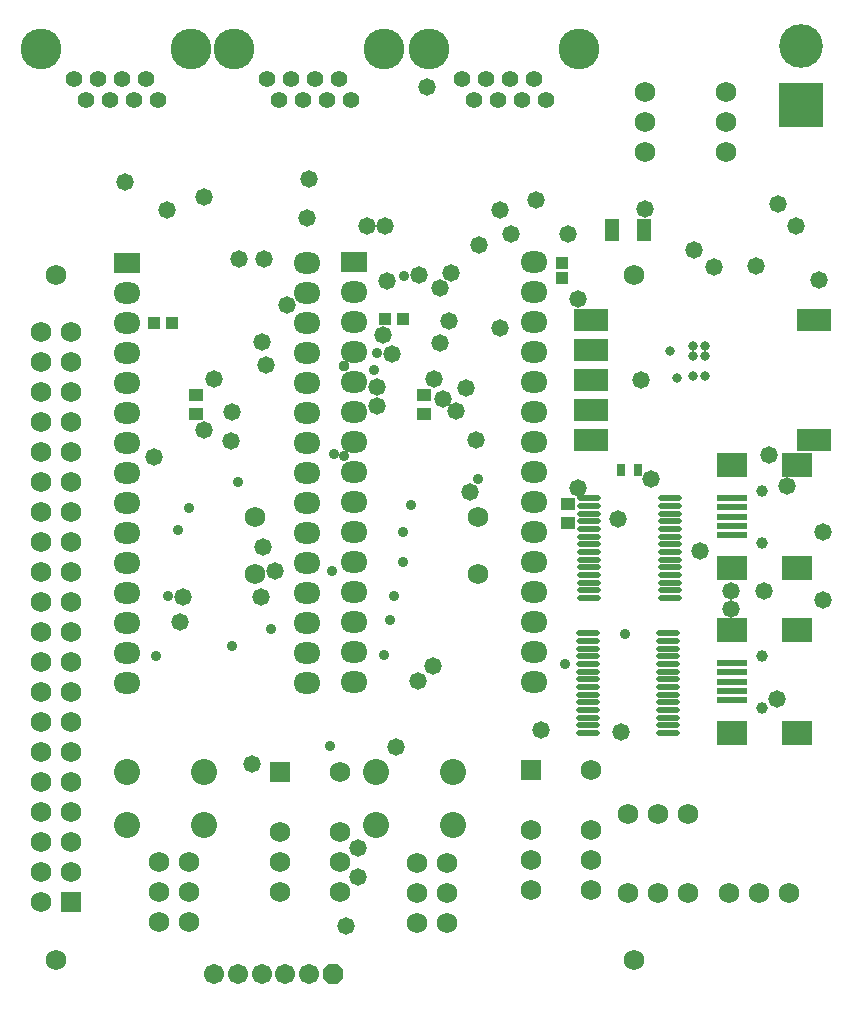
<source format=gts>
G04 Layer_Color=20142*
%FSLAX24Y24*%
%MOIN*%
G70*
G01*
G75*
%ADD67R,0.0316X0.0434*%
%ADD68R,0.0434X0.0415*%
%ADD69R,0.0474X0.0434*%
%ADD70R,0.0434X0.0434*%
%ADD71R,0.1024X0.0237*%
%ADD72R,0.1024X0.0828*%
%ADD73R,0.0513X0.0749*%
%ADD74R,0.1178X0.0730*%
%ADD75O,0.0789X0.0218*%
%ADD76C,0.0320*%
%ADD77C,0.0680*%
%ADD78R,0.0680X0.0680*%
%ADD79R,0.1458X0.1458*%
%ADD80C,0.1458*%
%ADD81C,0.0867*%
%ADD82O,0.0907X0.0710*%
%ADD83R,0.0907X0.0710*%
%ADD84C,0.0394*%
%ADD85C,0.0552*%
%ADD86C,0.1360*%
%ADD87C,0.0671*%
%ADD88P,0.0726X8X22.5*%
%ADD89C,0.0580*%
%ADD90C,0.0356*%
%ADD91C,0.0375*%
D67*
X24745Y27550D02*
D03*
X24155D02*
D03*
D68*
X22200Y34456D02*
D03*
Y33944D02*
D03*
D69*
X17600Y30065D02*
D03*
Y29435D02*
D03*
X10000Y30065D02*
D03*
Y29435D02*
D03*
X22400Y25785D02*
D03*
Y26415D02*
D03*
D70*
X9195Y32450D02*
D03*
X8605D02*
D03*
X16895Y32600D02*
D03*
X16305D02*
D03*
D71*
X27871Y19870D02*
D03*
Y20185D02*
D03*
Y20500D02*
D03*
Y20815D02*
D03*
Y21130D02*
D03*
Y25370D02*
D03*
Y25685D02*
D03*
Y26000D02*
D03*
Y26315D02*
D03*
Y26630D02*
D03*
D72*
Y22205D02*
D03*
X30029Y18795D02*
D03*
Y22205D02*
D03*
X27871Y18795D02*
D03*
Y27705D02*
D03*
X30029Y24295D02*
D03*
Y27705D02*
D03*
X27871Y24295D02*
D03*
D73*
X24922Y35550D02*
D03*
X23878D02*
D03*
D74*
X30603Y28550D02*
D03*
Y32550D02*
D03*
X23150D02*
D03*
Y31550D02*
D03*
Y30550D02*
D03*
Y29550D02*
D03*
Y28550D02*
D03*
D75*
X23111Y26613D02*
D03*
Y26357D02*
D03*
Y26102D02*
D03*
Y25846D02*
D03*
Y25590D02*
D03*
Y25334D02*
D03*
Y25078D02*
D03*
Y24822D02*
D03*
Y24566D02*
D03*
Y24310D02*
D03*
Y24054D02*
D03*
Y23798D02*
D03*
Y23543D02*
D03*
Y23287D02*
D03*
X25789Y26613D02*
D03*
Y26357D02*
D03*
Y26102D02*
D03*
Y25846D02*
D03*
Y25590D02*
D03*
Y25334D02*
D03*
Y25078D02*
D03*
Y24822D02*
D03*
Y24566D02*
D03*
Y24310D02*
D03*
Y24054D02*
D03*
Y23798D02*
D03*
Y23543D02*
D03*
Y23287D02*
D03*
X23061Y22113D02*
D03*
Y21857D02*
D03*
Y21602D02*
D03*
Y21346D02*
D03*
Y21090D02*
D03*
Y20834D02*
D03*
Y20578D02*
D03*
Y20322D02*
D03*
Y20066D02*
D03*
Y19810D02*
D03*
Y19554D02*
D03*
Y19298D02*
D03*
Y19043D02*
D03*
Y18787D02*
D03*
X25739Y22113D02*
D03*
Y21857D02*
D03*
Y21602D02*
D03*
Y21346D02*
D03*
Y21090D02*
D03*
Y20834D02*
D03*
Y20578D02*
D03*
Y20322D02*
D03*
Y20066D02*
D03*
Y19810D02*
D03*
Y19554D02*
D03*
Y19298D02*
D03*
Y19043D02*
D03*
Y18787D02*
D03*
D76*
X26952Y31692D02*
D03*
X25781Y31515D02*
D03*
X26962Y30688D02*
D03*
X26568D02*
D03*
X26027Y30619D02*
D03*
X26952Y31338D02*
D03*
X26568D02*
D03*
X26578Y31672D02*
D03*
D77*
X23150Y15550D02*
D03*
Y14550D02*
D03*
Y13550D02*
D03*
Y17550D02*
D03*
X21150Y13550D02*
D03*
Y14550D02*
D03*
Y15550D02*
D03*
X14800Y15500D02*
D03*
Y14500D02*
D03*
Y13500D02*
D03*
Y17500D02*
D03*
X12800Y13500D02*
D03*
Y14500D02*
D03*
Y15500D02*
D03*
X19400Y24079D02*
D03*
Y26000D02*
D03*
X11950Y24079D02*
D03*
Y26000D02*
D03*
X24606Y34055D02*
D03*
X5315D02*
D03*
X24606Y11220D02*
D03*
X5315D02*
D03*
X24400Y16100D02*
D03*
X25400D02*
D03*
X26400D02*
D03*
X27750Y13450D02*
D03*
X28750D02*
D03*
X29750D02*
D03*
X24400D02*
D03*
X25400D02*
D03*
X26400D02*
D03*
X18350Y12450D02*
D03*
X17350D02*
D03*
X18350Y14450D02*
D03*
Y13450D02*
D03*
X17350D02*
D03*
Y14450D02*
D03*
X24950Y40150D02*
D03*
Y39150D02*
D03*
Y38150D02*
D03*
X9750Y12500D02*
D03*
X8750D02*
D03*
X9750Y14500D02*
D03*
Y13500D02*
D03*
X8750D02*
D03*
Y14500D02*
D03*
X27650Y40150D02*
D03*
Y39150D02*
D03*
Y38150D02*
D03*
X4815Y13138D02*
D03*
X5815Y14138D02*
D03*
X4815D02*
D03*
X5815Y15138D02*
D03*
X4815D02*
D03*
X5815Y16138D02*
D03*
X4815D02*
D03*
X5815Y17138D02*
D03*
X4815D02*
D03*
X5815Y18138D02*
D03*
X4815D02*
D03*
X5815Y19138D02*
D03*
X4815D02*
D03*
X5815Y20138D02*
D03*
X4815D02*
D03*
X5815Y21138D02*
D03*
X4815D02*
D03*
X5815Y22138D02*
D03*
X4815D02*
D03*
X5815Y23138D02*
D03*
X4815D02*
D03*
X5815Y24138D02*
D03*
X4815D02*
D03*
X5815Y25138D02*
D03*
X4815D02*
D03*
X5815Y26138D02*
D03*
X4815D02*
D03*
X5815Y27138D02*
D03*
X4815D02*
D03*
X5815Y28138D02*
D03*
X4815D02*
D03*
X5815Y29138D02*
D03*
X4815D02*
D03*
X5815Y30138D02*
D03*
X4815D02*
D03*
X5815Y31138D02*
D03*
X4815D02*
D03*
X5815Y32138D02*
D03*
X4815D02*
D03*
D78*
X21150Y17550D02*
D03*
X12800Y17500D02*
D03*
X5815Y13138D02*
D03*
D79*
X30150Y39716D02*
D03*
D80*
Y41684D02*
D03*
D81*
X16000Y17500D02*
D03*
Y15728D02*
D03*
X18559Y17500D02*
D03*
Y15728D02*
D03*
X7700Y17500D02*
D03*
Y15728D02*
D03*
X10259Y17500D02*
D03*
Y15728D02*
D03*
D82*
X13700Y21450D02*
D03*
Y22450D02*
D03*
Y23450D02*
D03*
Y24450D02*
D03*
Y25450D02*
D03*
Y26450D02*
D03*
Y27450D02*
D03*
Y28450D02*
D03*
Y29450D02*
D03*
Y30450D02*
D03*
Y31450D02*
D03*
Y32450D02*
D03*
Y33450D02*
D03*
Y34450D02*
D03*
X7700Y33450D02*
D03*
Y32450D02*
D03*
Y31450D02*
D03*
Y30450D02*
D03*
Y29450D02*
D03*
Y28450D02*
D03*
Y27450D02*
D03*
Y26450D02*
D03*
Y25450D02*
D03*
Y24450D02*
D03*
Y23450D02*
D03*
X13700Y20450D02*
D03*
X7700Y22450D02*
D03*
Y21450D02*
D03*
Y20450D02*
D03*
X21250Y21500D02*
D03*
Y22500D02*
D03*
Y23500D02*
D03*
Y24500D02*
D03*
Y25500D02*
D03*
Y26500D02*
D03*
Y27500D02*
D03*
Y28500D02*
D03*
Y29500D02*
D03*
Y30500D02*
D03*
Y31500D02*
D03*
Y32500D02*
D03*
Y33500D02*
D03*
Y34500D02*
D03*
X15250Y33500D02*
D03*
Y32500D02*
D03*
Y31500D02*
D03*
Y30500D02*
D03*
Y29500D02*
D03*
Y28500D02*
D03*
Y27500D02*
D03*
Y26500D02*
D03*
Y25500D02*
D03*
Y24500D02*
D03*
Y23500D02*
D03*
X21250Y20500D02*
D03*
X15250Y22500D02*
D03*
Y21500D02*
D03*
Y20500D02*
D03*
D83*
X7700Y34450D02*
D03*
X15250Y34500D02*
D03*
D84*
X28856Y19634D02*
D03*
Y21366D02*
D03*
Y25134D02*
D03*
Y26866D02*
D03*
D85*
X8316Y40580D02*
D03*
X7918Y39879D02*
D03*
X7517Y40580D02*
D03*
X7119Y39879D02*
D03*
X8717D02*
D03*
X6717Y40580D02*
D03*
X6320Y39879D02*
D03*
X5922Y40580D02*
D03*
X14766D02*
D03*
X14368Y39879D02*
D03*
X13967Y40580D02*
D03*
X13569Y39879D02*
D03*
X15167D02*
D03*
X13167Y40580D02*
D03*
X12770Y39879D02*
D03*
X12372Y40580D02*
D03*
X21266D02*
D03*
X20868Y39879D02*
D03*
X20467Y40580D02*
D03*
X20069Y39879D02*
D03*
X21667D02*
D03*
X19667Y40580D02*
D03*
X19270Y39879D02*
D03*
X18872Y40580D02*
D03*
D86*
X9820Y41580D02*
D03*
X4820D02*
D03*
X16270D02*
D03*
X11270D02*
D03*
X22770D02*
D03*
X17770D02*
D03*
D87*
X10613Y10750D02*
D03*
X11400D02*
D03*
X12188D02*
D03*
X12975D02*
D03*
X13763D02*
D03*
D88*
X14550D02*
D03*
D89*
X15404Y14941D02*
D03*
X16230Y32067D02*
D03*
X16545Y31417D02*
D03*
X17904Y21004D02*
D03*
X16030Y30315D02*
D03*
X18240Y29910D02*
D03*
X18494Y34114D02*
D03*
X12628Y24183D02*
D03*
X11860Y17766D02*
D03*
X30886Y25472D02*
D03*
Y23219D02*
D03*
X29351Y19912D02*
D03*
X28927Y23524D02*
D03*
X27815D02*
D03*
X27844Y22904D02*
D03*
X26811Y24862D02*
D03*
X12166Y23318D02*
D03*
X11160Y28520D02*
D03*
X10260Y36640D02*
D03*
X24950Y36250D02*
D03*
X16360Y33840D02*
D03*
X20130Y32300D02*
D03*
X18140Y33610D02*
D03*
X12210Y31830D02*
D03*
X22400Y35420D02*
D03*
X24060Y25920D02*
D03*
X15685Y35690D02*
D03*
X20505Y35420D02*
D03*
X26590Y34880D02*
D03*
X29100Y28040D02*
D03*
X16310Y35680D02*
D03*
X9450Y22470D02*
D03*
X15010Y12350D02*
D03*
X9570Y23320D02*
D03*
X19430Y35040D02*
D03*
X16020Y29685D02*
D03*
X24830Y30550D02*
D03*
X16680Y18330D02*
D03*
X7630Y37160D02*
D03*
X30780Y33880D02*
D03*
X27270Y34320D02*
D03*
X28650Y34350D02*
D03*
X29990Y35690D02*
D03*
X29700Y27030D02*
D03*
X25160Y27250D02*
D03*
X13700Y35954D02*
D03*
X18120Y31790D02*
D03*
X18655Y29510D02*
D03*
X18985Y30300D02*
D03*
X22740Y26960D02*
D03*
Y33260D02*
D03*
X11420Y34590D02*
D03*
X9040Y36230D02*
D03*
X11200Y29480D02*
D03*
X19330Y28560D02*
D03*
X18420Y32530D02*
D03*
X8600Y27980D02*
D03*
X13750Y37250D02*
D03*
X12320Y31040D02*
D03*
X10610Y30580D02*
D03*
X29390Y36410D02*
D03*
X17390Y20530D02*
D03*
X19130Y26830D02*
D03*
X17930Y30580D02*
D03*
X15400Y14000D02*
D03*
X21490Y18870D02*
D03*
X21336Y36546D02*
D03*
X10280Y28888D02*
D03*
X20135Y36215D02*
D03*
X13030Y33040D02*
D03*
X12260Y34590D02*
D03*
X12219Y24971D02*
D03*
X24150Y18810D02*
D03*
X17421Y34045D02*
D03*
X17697Y40315D02*
D03*
D90*
X14528Y24194D02*
D03*
X14597Y28081D02*
D03*
X14932Y28003D02*
D03*
X11200Y21700D02*
D03*
X11400Y27150D02*
D03*
X9750Y26300D02*
D03*
X9400Y25550D02*
D03*
X9050Y23350D02*
D03*
X8650Y21350D02*
D03*
X16250Y21400D02*
D03*
X16450Y22550D02*
D03*
X16600Y23350D02*
D03*
X16900Y24500D02*
D03*
Y25500D02*
D03*
X17150Y26400D02*
D03*
X19400Y27250D02*
D03*
X24300Y22100D02*
D03*
X22300Y21100D02*
D03*
X12500Y22250D02*
D03*
X15945Y30896D02*
D03*
X16033Y31447D02*
D03*
X16929Y34035D02*
D03*
X14450Y18350D02*
D03*
D91*
X14933Y31005D02*
D03*
M02*

</source>
